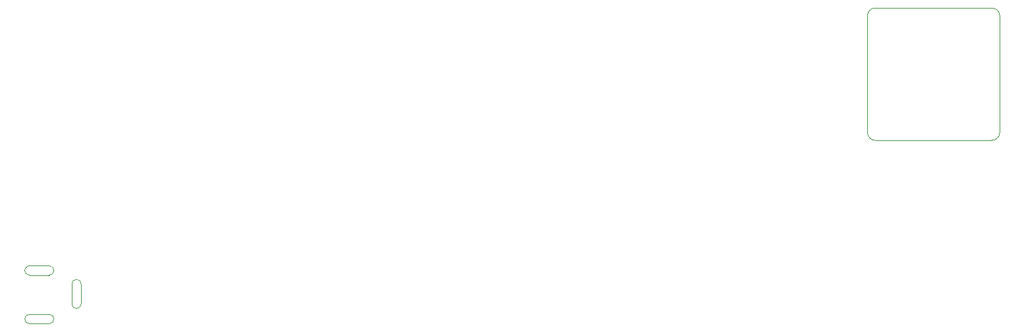
<source format=gbo>
%FSLAX44Y44*%
%MOMM*%
G71*
G01*
G75*
G04 Layer_Color=32896*
%ADD10C,0.2540*%
%ADD11R,3.1600X1.0000*%
%ADD12R,0.7620X0.7620*%
%ADD13R,0.7620X0.7620*%
%ADD14R,1.2700X0.9144*%
%ADD15R,0.9144X0.9144*%
%ADD16R,2.2000X1.0500*%
%ADD17R,1.0500X1.0000*%
%ADD18R,1.9000X0.8000*%
%ADD19R,3.0000X1.0000*%
%ADD20O,3.0000X1.0000*%
%ADD21R,6.5000X5.9000*%
%ADD22R,3.0000X1.2000*%
%ADD23R,2.0000X2.5000*%
G04:AMPARAMS|DCode=24|XSize=2.032mm|YSize=0.6096mm|CornerRadius=0.061mm|HoleSize=0mm|Usage=FLASHONLY|Rotation=90.000|XOffset=0mm|YOffset=0mm|HoleType=Round|Shape=RoundedRectangle|*
%AMROUNDEDRECTD24*
21,1,2.0320,0.4877,0,0,90.0*
21,1,1.9101,0.6096,0,0,90.0*
1,1,0.1219,0.2438,0.9550*
1,1,0.1219,0.2438,-0.9550*
1,1,0.1219,-0.2438,-0.9550*
1,1,0.1219,-0.2438,0.9550*
%
%ADD24ROUNDEDRECTD24*%
G04:AMPARAMS|DCode=25|XSize=2.032mm|YSize=0.6096mm|CornerRadius=0.1524mm|HoleSize=0mm|Usage=FLASHONLY|Rotation=90.000|XOffset=0mm|YOffset=0mm|HoleType=Round|Shape=RoundedRectangle|*
%AMROUNDEDRECTD25*
21,1,2.0320,0.3048,0,0,90.0*
21,1,1.7272,0.6096,0,0,90.0*
1,1,0.3048,0.1524,0.8636*
1,1,0.3048,0.1524,-0.8636*
1,1,0.3048,-0.1524,-0.8636*
1,1,0.3048,-0.1524,0.8636*
%
%ADD25ROUNDEDRECTD25*%
%ADD26R,0.6096X2.0320*%
%ADD27R,1.2000X0.3000*%
%ADD28R,0.3000X1.2000*%
%ADD29R,1.5240X1.2700*%
%ADD30R,1.2000X6.0960*%
%ADD31R,0.5000X1.0000*%
%ADD32R,1.2700X1.5240*%
%ADD33R,0.8000X0.3500*%
%ADD34C,0.6000*%
%ADD35C,0.4000*%
%ADD36C,0.5000*%
%ADD37C,1.4000*%
%ADD38C,0.2032*%
%ADD39C,1.0000*%
%ADD40C,2.0000*%
%ADD41C,0.2500*%
%ADD42C,0.0000*%
%ADD43C,0.1016*%
%ADD44C,0.1020*%
%ADD45C,1.5240*%
%ADD46C,1.7780*%
%ADD47R,1.7780X1.7780*%
%ADD48C,1.7000*%
%ADD49R,1.5240X1.5240*%
%ADD50O,2.0320X4.5720*%
%ADD51O,4.5720X2.0320*%
%ADD52C,1.8000*%
%ADD53R,1.7780X1.7780*%
%ADD54O,3.2000X3.3000*%
%ADD55C,1.0000*%
%ADD56C,2.5000*%
%ADD57C,5.0000*%
%ADD58C,1.2700*%
%ADD59C,4.5000*%
%ADD60C,4.0000*%
%ADD61C,0.8000*%
%ADD62C,0.1270*%
%ADD63C,0.2000*%
%ADD64R,2.5303X2.5400*%
%ADD65R,1.4500X5.0750*%
%ADD66R,0.9652X2.1336*%
%ADD67R,0.2200X1.0000*%
%ADD68R,1.0000X0.2200*%
%ADD69R,2.5400X2.5303*%
%ADD70R,3.3632X1.2032*%
%ADD71R,0.9652X0.9652*%
%ADD72R,0.9652X0.9652*%
%ADD73R,1.4732X1.1176*%
%ADD74R,1.1176X1.1176*%
%ADD75R,2.4032X1.2532*%
%ADD76R,1.2532X1.2032*%
%ADD77R,2.1032X1.0032*%
%ADD78R,3.2032X1.2032*%
%ADD79O,3.2032X1.2032*%
%ADD80R,6.7032X6.1032*%
%ADD81R,3.2032X1.4032*%
%ADD82R,2.2032X2.7032*%
G04:AMPARAMS|DCode=83|XSize=2.2352mm|YSize=0.8128mm|CornerRadius=0.1626mm|HoleSize=0mm|Usage=FLASHONLY|Rotation=90.000|XOffset=0mm|YOffset=0mm|HoleType=Round|Shape=RoundedRectangle|*
%AMROUNDEDRECTD83*
21,1,2.2352,0.4877,0,0,90.0*
21,1,1.9101,0.8128,0,0,90.0*
1,1,0.3251,0.2438,0.9550*
1,1,0.3251,0.2438,-0.9550*
1,1,0.3251,-0.2438,-0.9550*
1,1,0.3251,-0.2438,0.9550*
%
%ADD83ROUNDEDRECTD83*%
G04:AMPARAMS|DCode=84|XSize=2.2352mm|YSize=0.8128mm|CornerRadius=0.254mm|HoleSize=0mm|Usage=FLASHONLY|Rotation=90.000|XOffset=0mm|YOffset=0mm|HoleType=Round|Shape=RoundedRectangle|*
%AMROUNDEDRECTD84*
21,1,2.2352,0.3048,0,0,90.0*
21,1,1.7272,0.8128,0,0,90.0*
1,1,0.5080,0.1524,0.8636*
1,1,0.5080,0.1524,-0.8636*
1,1,0.5080,-0.1524,-0.8636*
1,1,0.5080,-0.1524,0.8636*
%
%ADD84ROUNDEDRECTD84*%
%ADD85R,0.8128X2.2352*%
%ADD86R,1.4032X0.5032*%
%ADD87R,0.5032X1.4032*%
%ADD88R,1.7272X1.4732*%
%ADD89R,1.4032X6.2992*%
%ADD90R,0.7032X1.2032*%
%ADD91R,1.4732X1.7272*%
%ADD92R,1.0032X0.5532*%
%ADD93C,1.7272*%
%ADD94C,1.9812*%
%ADD95R,1.9812X1.9812*%
%ADD96C,1.9032*%
%ADD97R,1.7272X1.7272*%
%ADD98O,2.2352X4.7752*%
%ADD99O,4.7752X2.2352*%
%ADD100C,2.0032*%
%ADD101R,1.9812X1.9812*%
%ADD102O,3.4032X3.5032*%
%ADD103C,1.2032*%
%ADD104C,2.7032*%
%ADD105C,5.2032*%
%ADD106C,1.4732*%
%ADD107C,4.7032*%
%ADD108C,4.2032*%
D42*
X1414500Y1978000D02*
G03*
X1404500Y1968000I0J-10000D01*
G01*
X1404500Y1818000D02*
G03*
X1414500Y1808000I10000J0D01*
G01*
X1564500Y1808000D02*
G03*
X1574500Y1818000I0J10000D01*
G01*
X1574500Y1968000D02*
G03*
X1564500Y1978000I-10000J0D01*
G01*
X1404500Y1818000D02*
Y1968000D01*
X1414500Y1978000D02*
X1564500D01*
X1574500Y1818000D02*
Y1968000D01*
X1414500Y1808000D02*
X1564500D01*
D43*
X327800Y1584270D02*
G03*
X327800Y1572270I0J-6000D01*
G01*
X353200D02*
G03*
X353200Y1584270I0J6000D01*
G01*
X327800Y1646754D02*
G03*
X327800Y1634754I0J-6000D01*
G01*
X353200D02*
G03*
X353200Y1646754I0J6000D01*
G01*
X382252Y1597828D02*
G03*
X394252Y1597828I6000J0D01*
G01*
Y1623228D02*
G03*
X382252Y1623228I-6000J0D01*
G01*
D44*
X327800Y1584270D02*
X353200D01*
X327800Y1572270D02*
X353200D01*
X327800Y1634754D02*
X353200D01*
X327800Y1646754D02*
X353200D01*
X382252Y1597828D02*
Y1623228D01*
X394252Y1597828D02*
Y1623228D01*
M02*

</source>
